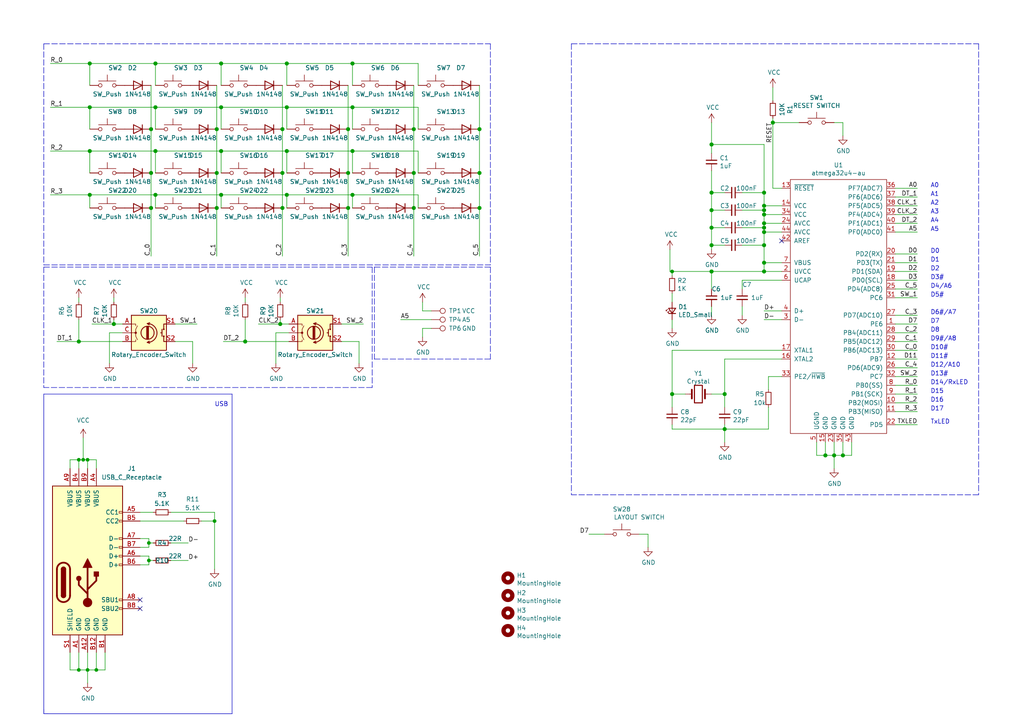
<source format=kicad_sch>
(kicad_sch (version 20220104) (generator eeschema)
  (paper "A4")
  (title_block (title "Macros Keyboard") (date "2021-05-18") (rev "2.2"))
  (junction (at 43.815 50.165) (diameter 1.016))
  (junction (at 206.375 55.88) (diameter 1.016))
  (junction (at 244.475 132.08) (diameter 1.016))
  (junction (at 206.375 66.04) (diameter 1.016))
  (junction (at 81.28 93.98) (diameter 1.016))
  (junction (at 210.185 114.3) (diameter 1.016))
  (junction (at 64.135 56.515) (diameter 1.016))
  (junction (at 45.085 31.115) (diameter 1.016))
  (junction (at 102.235 43.815) (diameter 1.016))
  (junction (at 206.375 60.96) (diameter 1.016))
  (junction (at 45.085 56.515) (diameter 1.016))
  (junction (at 102.235 31.115) (diameter 1.016))
  (junction (at 25.4 133.35) (diameter 0.9144))
  (junction (at 26.035 56.515) (diameter 1.016))
  (junction (at 206.375 71.12) (diameter 1.016))
  (junction (at 194.945 78.74))
  (junction (at 45.085 43.815) (diameter 1.016))
  (junction (at 62.865 37.465) (diameter 1.016))
  (junction (at 81.915 50.165) (diameter 1.016))
  (junction (at 120.015 60.325) (diameter 1.016))
  (junction (at 64.135 31.115) (diameter 1.016))
  (junction (at 83.185 18.415) (diameter 1.016))
  (junction (at 241.935 132.08) (diameter 1.016))
  (junction (at 26.035 43.815) (diameter 1.016))
  (junction (at 194.945 114.3) (diameter 1.016))
  (junction (at 26.035 18.415) (diameter 1.016))
  (junction (at 62.865 60.325) (diameter 1.016))
  (junction (at 27.94 194.31) (diameter 0.9144))
  (junction (at 221.615 62.23) (diameter 1.016))
  (junction (at 45.085 18.415) (diameter 1.016))
  (junction (at 221.615 71.12) (diameter 1.016))
  (junction (at 221.615 78.74) (diameter 1.016))
  (junction (at 239.395 132.08) (diameter 1.016))
  (junction (at 62.865 50.165) (diameter 1.016))
  (junction (at 71.12 99.06) (diameter 1.016))
  (junction (at 81.915 60.325) (diameter 1.016))
  (junction (at 221.615 55.88) (diameter 1.016))
  (junction (at 120.015 50.165) (diameter 1.016))
  (junction (at 64.135 18.415) (diameter 1.016))
  (junction (at 206.375 41.91) (diameter 1.016))
  (junction (at 33.02 93.98) (diameter 1.016))
  (junction (at 81.915 37.465) (diameter 1.016))
  (junction (at 221.615 67.31) (diameter 1.016))
  (junction (at 43.18 157.48) (diameter 0.9144))
  (junction (at 22.86 99.06) (diameter 1.016))
  (junction (at 221.615 66.04) (diameter 1.016))
  (junction (at 139.065 60.325) (diameter 1.016))
  (junction (at 206.375 78.74) (diameter 1.016))
  (junction (at 25.4 194.31) (diameter 0.9144))
  (junction (at 64.135 43.815) (diameter 1.016))
  (junction (at 100.965 50.165) (diameter 1.016))
  (junction (at 24.13 133.35) (diameter 0.9144))
  (junction (at 22.86 133.35) (diameter 0.9144))
  (junction (at 22.86 194.31) (diameter 0.9144))
  (junction (at 26.035 31.115) (diameter 1.016))
  (junction (at 221.615 64.77) (diameter 1.016))
  (junction (at 83.185 43.815) (diameter 1.016))
  (junction (at 43.815 37.465) (diameter 1.016))
  (junction (at 43.815 60.325) (diameter 1.016))
  (junction (at 120.015 37.465) (diameter 1.016))
  (junction (at 221.615 60.96) (diameter 1.016))
  (junction (at 100.965 60.325) (diameter 1.016))
  (junction (at 102.235 18.415) (diameter 1.016))
  (junction (at 139.065 50.165) (diameter 1.016))
  (junction (at 62.23 151.13) (diameter 0.9144))
  (junction (at 221.615 76.2) (diameter 1.016))
  (junction (at 102.235 56.515) (diameter 1.016))
  (junction (at 100.965 37.465) (diameter 1.016))
  (junction (at 224.155 35.56) (diameter 1.016))
  (junction (at 221.615 59.69) (diameter 1.016))
  (junction (at 83.185 31.115) (diameter 1.016))
  (junction (at 139.065 37.465) (diameter 1.016))
  (junction (at 83.185 56.515) (diameter 1.016))
  (junction (at 43.18 162.56) (diameter 0.9144))
  (junction (at 210.185 124.46) (diameter 1.016))
  (no_connect (at 40.64 176.53))
  (no_connect (at 40.64 173.99))
  (no_connect (at 226.695 69.85))
  (wire (pts (xy 102.235 56.515) (xy 121.285 56.515)))
  (wire (pts (xy 121.285 56.515) (xy 121.285 60.325)))
  (wire (pts (xy 26.035 31.115) (xy 26.035 37.465)))
  (wire (pts (xy 247.015 128.27) (xy 247.015 132.08)))
  (wire (pts (xy 102.235 43.815) (xy 102.235 50.165)))
  (wire (pts (xy 14.605 43.815) (xy 26.035 43.815)))
  (wire (pts (xy 22.86 135.89) (xy 22.86 133.35)))
  (wire (pts (xy 22.86 92.71) (xy 22.86 99.06)))
  (wire (pts (xy 259.715 93.98) (xy 266.065 93.98)))
  (wire (pts (xy 22.86 86.36) (xy 22.86 87.63)))
  (wire (pts (xy 221.615 60.96) (xy 215.265 60.96)))
  (wire (pts (xy 33.02 86.36) (xy 33.02 87.63)))
  (wire (pts (xy 222.885 118.11) (xy 222.885 124.46)))
  (wire (pts (xy 35.56 99.06) (xy 22.86 99.06)))
  (wire (pts (xy 206.375 88.9) (xy 206.375 91.44)))
  (wire (pts (xy 221.615 66.04) (xy 215.265 66.04)))
  (wire (pts (xy 221.615 59.69) (xy 221.615 55.88)))
  (wire (pts (xy 49.53 148.59) (xy 62.23 148.59)))
  (wire (pts (xy 259.715 64.77) (xy 266.065 64.77)))
  (wire (pts (xy 221.615 67.31) (xy 221.615 66.04)))
  (wire (pts (xy 259.715 123.19) (xy 266.065 123.19)))
  (wire (pts (xy 22.86 133.35) (xy 24.13 133.35)))
  (wire (pts (xy 49.53 162.56) (xy 54.61 162.56)))
  (wire (pts (xy 194.945 78.74) (xy 206.375 78.74)))
  (wire (pts (xy 26.035 18.415) (xy 45.085 18.415)))
  (wire (pts (xy 259.715 59.69) (xy 266.065 59.69)))
  (polyline (pts (xy 12.7 205.74) (xy 12.7 207.01)))
  (wire (pts (xy 83.82 96.52) (xy 80.01 96.52)))
  (wire (pts (xy 226.695 90.17) (xy 221.615 90.17)))
  (wire (pts (xy 231.775 35.56) (xy 224.155 35.56)))
  (wire (pts (xy 222.885 124.46) (xy 210.185 124.46)))
  (wire (pts (xy 226.695 54.61) (xy 224.155 54.61)))
  (wire (pts (xy 259.715 78.74) (xy 266.065 78.74)))
  (wire (pts (xy 259.715 83.82) (xy 266.065 83.82)))
  (wire (pts (xy 71.12 99.06) (xy 64.77 99.06)))
  (wire (pts (xy 99.06 93.98) (xy 105.41 93.98)))
  (wire (pts (xy 81.915 50.165) (xy 81.915 60.325)))
  (wire (pts (xy 45.085 18.415) (xy 45.085 24.765)))
  (wire (pts (xy 20.32 189.23) (xy 20.32 194.31)))
  (wire (pts (xy 102.235 31.115) (xy 121.285 31.115)))
  (wire (pts (xy 40.64 156.21) (xy 43.18 156.21)))
  (wire (pts (xy 62.865 50.165) (xy 62.865 60.325)))
  (wire (pts (xy 221.615 55.88) (xy 215.265 55.88)))
  (wire (pts (xy 45.085 31.115) (xy 64.135 31.115)))
  (wire (pts (xy 27.94 135.89) (xy 27.94 133.35)))
  (wire (pts (xy 43.18 162.56) (xy 44.45 162.56)))
  (polyline (pts (xy 67.31 207.01) (xy 12.7 207.01)))
  (wire (pts (xy 64.135 18.415) (xy 83.185 18.415)))
  (wire (pts (xy 221.615 78.74) (xy 206.375 78.74)))
  (wire (pts (xy 64.135 56.515) (xy 83.185 56.515)))
  (wire (pts (xy 83.185 56.515) (xy 83.185 60.325)))
  (wire (pts (xy 226.695 59.69) (xy 221.615 59.69)))
  (wire (pts (xy 35.56 93.98) (xy 33.02 93.98)))
  (wire (pts (xy 206.375 78.74) (xy 206.375 83.82)))
  (wire (pts (xy 121.285 18.415) (xy 121.285 24.765)))
  (wire (pts (xy 206.375 41.91) (xy 206.375 44.45)))
  (wire (pts (xy 24.13 127) (xy 24.13 133.35)))
  (wire (pts (xy 43.18 162.56) (xy 43.18 163.83)))
  (wire (pts (xy 170.815 154.94) (xy 175.26 154.94)))
  (wire (pts (xy 121.285 31.115) (xy 121.285 37.465)))
  (wire (pts (xy 26.035 43.815) (xy 45.085 43.815)))
  (wire (pts (xy 45.085 18.415) (xy 64.135 18.415)))
  (wire (pts (xy 25.4 194.31) (xy 27.94 194.31)))
  (wire (pts (xy 239.395 128.27) (xy 239.395 132.08)))
  (wire (pts (xy 45.085 43.815) (xy 64.135 43.815)))
  (wire (pts (xy 102.235 31.115) (xy 102.235 37.465)))
  (wire (pts (xy 31.75 96.52) (xy 31.75 105.41)))
  (wire (pts (xy 22.86 194.31) (xy 25.4 194.31)))
  (wire (pts (xy 210.185 71.12) (xy 206.375 71.12)))
  (wire (pts (xy 259.715 111.76) (xy 266.065 111.76)))
  (wire (pts (xy 259.715 116.84) (xy 266.065 116.84)))
  (wire (pts (xy 187.96 154.94) (xy 187.96 158.75)))
  (wire (pts (xy 221.615 67.31) (xy 226.695 67.31)))
  (wire (pts (xy 206.375 60.96) (xy 206.375 55.88)))
  (wire (pts (xy 104.14 99.06) (xy 104.14 105.41)))
  (wire (pts (xy 62.23 151.13) (xy 62.23 165.1)))
  (wire (pts (xy 125.095 95.25) (xy 122.555 95.25)))
  (wire (pts (xy 81.915 24.765) (xy 81.915 37.465)))
  (wire (pts (xy 244.475 132.08) (xy 241.935 132.08)))
  (wire (pts (xy 64.135 43.815) (xy 83.185 43.815)))
  (wire (pts (xy 83.82 93.98) (xy 81.28 93.98)))
  (wire (pts (xy 40.64 151.13) (xy 53.34 151.13)))
  (wire (pts (xy 22.86 189.23) (xy 22.86 194.31)))
  (wire (pts (xy 259.715 91.44) (xy 266.065 91.44)))
  (wire (pts (xy 139.065 24.765) (xy 139.065 37.465)))
  (wire (pts (xy 221.615 67.31) (xy 221.615 71.12)))
  (wire (pts (xy 45.085 43.815) (xy 45.085 50.165)))
  (wire (pts (xy 259.715 106.68) (xy 266.065 106.68)))
  (wire (pts (xy 81.28 86.36) (xy 81.28 87.63)))
  (wire (pts (xy 102.235 18.415) (xy 121.285 18.415)))
  (wire (pts (xy 26.035 31.115) (xy 45.085 31.115)))
  (wire (pts (xy 100.965 60.325) (xy 100.965 74.295)))
  (wire (pts (xy 121.285 43.815) (xy 121.285 50.165)))
  (wire (pts (xy 50.8 93.98) (xy 57.15 93.98)))
  (wire (pts (xy 64.135 18.415) (xy 64.135 24.765)))
  (wire (pts (xy 64.135 31.115) (xy 83.185 31.115)))
  (polyline (pts (xy 12.7 114.3) (xy 67.31 114.3)))
  (wire (pts (xy 120.015 37.465) (xy 120.015 50.165)))
  (wire (pts (xy 99.06 99.06) (xy 104.14 99.06)))
  (wire (pts (xy 43.18 163.83) (xy 40.64 163.83)))
  (wire (pts (xy 26.035 43.815) (xy 26.035 50.165)))
  (wire (pts (xy 221.615 76.2) (xy 221.615 71.12)))
  (wire (pts (xy 210.185 114.3) (xy 210.185 118.11)))
  (wire (pts (xy 194.31 78.74) (xy 194.945 78.74)))
  (wire (pts (xy 259.715 96.52) (xy 266.065 96.52)))
  (wire (pts (xy 241.935 128.27) (xy 241.935 132.08)))
  (wire (pts (xy 81.915 37.465) (xy 81.915 50.165)))
  (polyline (pts (xy 12.7 77.47) (xy 12.7 112.395)) (stroke (width 0) (type dash)))
  (polyline (pts (xy 12.7 77.47) (xy 107.95 77.47)) (stroke (width 0) (type dash)))
  (polyline (pts (xy 107.95 77.47) (xy 107.95 112.395)) (stroke (width 0) (type dash)))
  (polyline (pts (xy 107.95 112.395) (xy 12.7 112.395)) (stroke (width 0) (type dash)))
  (wire (pts (xy 14.605 31.115) (xy 26.035 31.115)))
  (wire (pts (xy 20.32 135.89) (xy 20.32 133.35)))
  (wire (pts (xy 45.085 31.115) (xy 45.085 37.465)))
  (wire (pts (xy 26.035 56.515) (xy 26.035 60.325)))
  (wire (pts (xy 27.94 194.31) (xy 30.48 194.31)))
  (wire (pts (xy 221.615 78.74) (xy 221.615 76.2)))
  (wire (pts (xy 194.945 78.74) (xy 194.945 80.01)))
  (wire (pts (xy 26.035 18.415) (xy 26.035 24.765)))
  (wire (pts (xy 210.185 104.14) (xy 226.695 104.14)))
  (wire (pts (xy 14.605 56.515) (xy 26.035 56.515)))
  (wire (pts (xy 26.035 56.515) (xy 45.085 56.515)))
  (wire (pts (xy 45.085 56.515) (xy 45.085 60.325)))
  (wire (pts (xy 43.815 24.765) (xy 43.815 37.465)))
  (wire (pts (xy 25.4 133.35) (xy 25.4 135.89)))
  (wire (pts (xy 221.615 71.12) (xy 215.265 71.12)))
  (wire (pts (xy 241.935 35.56) (xy 244.475 35.56)))
  (wire (pts (xy 194.945 114.3) (xy 194.945 118.11)))
  (wire (pts (xy 120.015 50.165) (xy 120.015 60.325)))
  (wire (pts (xy 120.015 60.325) (xy 120.015 74.295)))
  (wire (pts (xy 224.155 29.21) (xy 224.155 25.4)))
  (wire (pts (xy 194.945 101.6) (xy 194.945 114.3)))
  (wire (pts (xy 83.185 31.115) (xy 102.235 31.115)))
  (wire (pts (xy 55.88 99.06) (xy 55.88 105.41)))
  (wire (pts (xy 49.53 157.48) (xy 54.61 157.48)))
  (wire (pts (xy 224.155 54.61) (xy 224.155 35.56)))
  (wire (pts (xy 206.375 71.12) (xy 206.375 66.04)))
  (wire (pts (xy 259.715 101.6) (xy 266.065 101.6)))
  (wire (pts (xy 194.945 95.25) (xy 194.945 92.71)))
  (wire (pts (xy 206.375 55.88) (xy 210.185 55.88)))
  (wire (pts (xy 259.715 67.31) (xy 266.065 67.31)))
  (wire (pts (xy 239.395 132.08) (xy 236.855 132.08)))
  (wire (pts (xy 50.8 99.06) (xy 55.88 99.06)))
  (wire (pts (xy 125.095 90.17) (xy 122.555 90.17)))
  (wire (pts (xy 64.135 31.115) (xy 64.135 37.465)))
  (wire (pts (xy 43.18 158.75) (xy 43.18 157.48)))
  (wire (pts (xy 62.23 148.59) (xy 62.23 151.13)))
  (wire (pts (xy 244.475 128.27) (xy 244.475 132.08)))
  (wire (pts (xy 58.42 151.13) (xy 62.23 151.13)))
  (wire (pts (xy 224.155 35.56) (xy 224.155 34.29)))
  (wire (pts (xy 43.18 157.48) (xy 44.45 157.48)))
  (wire (pts (xy 215.265 81.28) (xy 215.265 83.82)))
  (wire (pts (xy 226.695 81.28) (xy 215.265 81.28)))
  (wire (pts (xy 83.185 43.815) (xy 83.185 50.165)))
  (wire (pts (xy 226.695 78.74) (xy 221.615 78.74)))
  (wire (pts (xy 102.235 43.815) (xy 121.285 43.815)))
  (polyline (pts (xy 165.735 12.7) (xy 165.735 143.51)) (stroke (width 0) (type dash)))
  (polyline (pts (xy 165.735 12.7) (xy 283.845 12.7)) (stroke (width 0) (type dash)))
  (polyline (pts (xy 283.845 12.7) (xy 283.845 143.51)) (stroke (width 0) (type dash)))
  (polyline (pts (xy 283.845 143.51) (xy 165.735 143.51)) (stroke (width 0) (type dash)))
  (wire (pts (xy 259.715 109.22) (xy 266.065 109.22)))
  (wire (pts (xy 64.135 43.815) (xy 64.135 50.165)))
  (wire (pts (xy 35.56 96.52) (xy 31.75 96.52)))
  (wire (pts (xy 81.915 60.325) (xy 81.915 74.295)))
  (wire (pts (xy 25.4 133.35) (xy 24.13 133.35)))
  (wire (pts (xy 43.18 161.29) (xy 40.64 161.29)))
  (wire (pts (xy 100.965 24.765) (xy 100.965 37.465)))
  (wire (pts (xy 43.18 162.56) (xy 43.18 161.29)))
  (wire (pts (xy 221.615 60.96) (xy 221.615 59.69)))
  (wire (pts (xy 122.555 95.25) (xy 122.555 97.79)))
  (wire (pts (xy 210.185 114.3) (xy 210.185 104.14)))
  (wire (pts (xy 259.715 86.36) (xy 266.065 86.36)))
  (wire (pts (xy 81.28 92.71) (xy 81.28 93.98)))
  (wire (pts (xy 62.865 37.465) (xy 62.865 50.165)))
  (wire (pts (xy 80.01 96.52) (xy 80.01 105.41)))
  (wire (pts (xy 226.695 109.22) (xy 222.885 109.22)))
  (wire (pts (xy 221.615 62.23) (xy 221.615 60.96)))
  (wire (pts (xy 194.945 124.46) (xy 194.945 123.19)))
  (wire (pts (xy 45.085 56.515) (xy 64.135 56.515)))
  (wire (pts (xy 64.135 56.515) (xy 64.135 60.325)))
  (polyline (pts (xy 67.31 114.3) (xy 67.31 207.01)))
  (polyline (pts (xy 12.7 207.01) (xy 13.97 207.01)))
  (wire (pts (xy 120.015 24.765) (xy 120.015 37.465)))
  (wire (pts (xy 226.695 76.2) (xy 221.615 76.2)))
  (wire (pts (xy 259.715 73.66) (xy 266.065 73.66)))
  (wire (pts (xy 259.715 104.14) (xy 266.065 104.14)))
  (wire (pts (xy 241.935 132.08) (xy 241.935 135.89)))
  (wire (pts (xy 210.185 124.46) (xy 210.185 128.27)))
  (wire (pts (xy 122.555 90.17) (xy 122.555 87.63)))
  (wire (pts (xy 27.94 189.23) (xy 27.94 194.31)))
  (wire (pts (xy 221.615 64.77) (xy 221.615 62.23)))
  (wire (pts (xy 226.695 101.6) (xy 194.945 101.6)))
  (wire (pts (xy 83.185 18.415) (xy 102.235 18.415)))
  (wire (pts (xy 247.015 132.08) (xy 244.475 132.08)))
  (wire (pts (xy 27.94 133.35) (xy 25.4 133.35)))
  (wire (pts (xy 259.715 81.28) (xy 266.065 81.28)))
  (wire (pts (xy 210.185 123.19) (xy 210.185 124.46)))
  (wire (pts (xy 259.715 57.15) (xy 266.065 57.15)))
  (wire (pts (xy 206.375 71.12) (xy 206.375 72.39)))
  (wire (pts (xy 222.885 113.03) (xy 222.885 109.22)))
  (wire (pts (xy 20.32 194.31) (xy 22.86 194.31)))
  (wire (pts (xy 185.42 154.94) (xy 187.96 154.94)))
  (wire (pts (xy 259.715 76.2) (xy 266.065 76.2)))
  (wire (pts (xy 43.815 50.165) (xy 43.815 60.325)))
  (wire (pts (xy 40.64 158.75) (xy 43.18 158.75)))
  (wire (pts (xy 30.48 189.23) (xy 30.48 194.31)))
  (wire (pts (xy 62.865 24.765) (xy 62.865 37.465)))
  (wire (pts (xy 100.965 50.165) (xy 100.965 60.325)))
  (wire (pts (xy 83.82 99.06) (xy 71.12 99.06)))
  (wire (pts (xy 226.695 92.71) (xy 221.615 92.71)))
  (wire (pts (xy 139.065 37.465) (xy 139.065 50.165)))
  (wire (pts (xy 33.02 93.98) (xy 26.67 93.98)))
  (wire (pts (xy 259.715 119.38) (xy 266.065 119.38)))
  (wire (pts (xy 221.615 55.88) (xy 221.615 41.91)))
  (wire (pts (xy 22.86 99.06) (xy 16.51 99.06)))
  (wire (pts (xy 43.815 60.325) (xy 43.815 74.295)))
  (wire (pts (xy 215.265 88.9) (xy 215.265 91.44)))
  (wire (pts (xy 83.185 31.115) (xy 83.185 37.465)))
  (wire (pts (xy 83.185 18.415) (xy 83.185 24.765)))
  (wire (pts (xy 259.715 114.3) (xy 266.065 114.3)))
  (polyline (pts (xy 12.7 12.7) (xy 12.7 76.835)) (stroke (width 0) (type dash)))
  (polyline (pts (xy 12.7 12.7) (xy 142.24 12.7)) (stroke (width 0) (type dash)))
  (polyline (pts (xy 12.7 76.835) (xy 142.24 76.835)) (stroke (width 0) (type dash)))
  (polyline (pts (xy 142.24 12.7) (xy 142.24 76.835)) (stroke (width 0) (type dash)))
  (polyline (pts (xy 108.585 77.47) (xy 108.585 104.14)) (stroke (width 0) (type dash)))
  (polyline (pts (xy 108.585 77.47) (xy 142.24 77.47)) (stroke (width 0) (type dash)))
  (polyline (pts (xy 142.24 77.47) (xy 142.24 104.14)) (stroke (width 0) (type dash)))
  (polyline (pts (xy 142.24 104.14) (xy 108.585 104.14)) (stroke (width 0) (type dash)))
  (wire (pts (xy 83.185 56.515) (xy 102.235 56.515)))
  (wire (pts (xy 102.235 56.515) (xy 102.235 60.325)))
  (wire (pts (xy 81.28 93.98) (xy 74.93 93.98)))
  (wire (pts (xy 226.695 62.23) (xy 221.615 62.23)))
  (wire (pts (xy 206.375 66.04) (xy 206.375 60.96)))
  (wire (pts (xy 259.715 99.06) (xy 266.065 99.06)))
  (wire (pts (xy 241.935 132.08) (xy 239.395 132.08)))
  (wire (pts (xy 259.715 62.23) (xy 266.065 62.23)))
  (wire (pts (xy 194.31 78.74) (xy 194.31 72.39)))
  (wire (pts (xy 43.18 156.21) (xy 43.18 157.48)))
  (wire (pts (xy 198.755 114.3) (xy 194.945 114.3)))
  (wire (pts (xy 221.615 64.77) (xy 226.695 64.77)))
  (wire (pts (xy 102.235 18.415) (xy 102.235 24.765)))
  (wire (pts (xy 206.375 49.53) (xy 206.375 55.88)))
  (wire (pts (xy 244.475 35.56) (xy 244.475 39.37)))
  (wire (pts (xy 43.815 37.465) (xy 43.815 50.165)))
  (wire (pts (xy 259.715 54.61) (xy 266.065 54.61)))
  (wire (pts (xy 206.375 41.91) (xy 206.375 35.56)))
  (wire (pts (xy 100.965 37.465) (xy 100.965 50.165)))
  (wire (pts (xy 40.64 148.59) (xy 44.45 148.59)))
  (wire (pts (xy 33.02 92.71) (xy 33.02 93.98)))
  (wire (pts (xy 71.12 86.36) (xy 71.12 87.63)))
  (wire (pts (xy 25.4 189.23) (xy 25.4 194.31)))
  (wire (pts (xy 83.185 43.815) (xy 102.235 43.815)))
  (polyline (pts (xy 12.7 114.3) (xy 12.7 207.01)))
  (wire (pts (xy 194.945 85.09) (xy 194.945 87.63)))
  (wire (pts (xy 20.32 133.35) (xy 22.86 133.35)))
  (wire (pts (xy 206.375 41.91) (xy 221.615 41.91)))
  (wire (pts (xy 194.945 124.46) (xy 210.185 124.46)))
  (wire (pts (xy 25.4 194.31) (xy 25.4 198.12)))
  (wire (pts (xy 71.12 92.71) (xy 71.12 99.06)))
  (wire (pts (xy 14.605 18.415) (xy 26.035 18.415)))
  (wire (pts (xy 62.865 60.325) (xy 62.865 74.295)))
  (wire (pts (xy 210.185 60.96) (xy 206.375 60.96)))
  (wire (pts (xy 210.185 66.04) (xy 206.375 66.04)))
  (wire (pts (xy 125.095 92.71) (xy 116.205 92.71)))
  (wire (pts (xy 236.855 132.08) (xy 236.855 128.27)))
  (wire (pts (xy 206.375 114.3) (xy 210.185 114.3)))
  (wire (pts (xy 221.615 64.77) (xy 221.615 66.04)))
  (wire (pts (xy 139.065 50.165) (xy 139.065 60.325)))
  (wire (pts (xy 139.065 60.325) (xy 139.065 74.295)))
  (text "D10#" (at 269.875 101.6 0) (effects (font (size 1.27 1.27)) (justify left bottom)))
  (text "D15" (at 269.875 114.3 0) (effects (font (size 1.27 1.27)) (justify left bottom)))
  (text "D16" (at 269.875 116.84 0) (effects (font (size 1.27 1.27)) (justify left bottom)))
  (text "A3" (at 269.875 62.23 0) (effects (font (size 1.27 1.27)) (justify left bottom)))
  (text "D4/A6" (at 269.875 83.82 0) (effects (font (size 1.27 1.27)) (justify left bottom)))
  (text "A4" (at 269.875 64.77 0) (effects (font (size 1.27 1.27)) (justify left bottom)))
  (text "D9#/A8" (at 269.875 99.06 0) (effects (font (size 1.27 1.27)) (justify left bottom)))
  (text "USB" (at 62.23 118.11 0) (effects (font (size 1.27 1.27)) (justify left bottom)))
  (text "D11#" (at 269.875 104.14 0) (effects (font (size 1.27 1.27)) (justify left bottom)))
  (text "A5" (at 269.875 67.31 0) (effects (font (size 1.27 1.27)) (justify left bottom)))
  (text "D8" (at 269.875 96.52 0) (effects (font (size 1.27 1.27)) (justify left bottom)))
  (text "D14/RxLED" (at 269.875 111.76 0) (effects (font (size 1.27 1.27)) (justify left bottom)))
  (text "D13#" (at 269.875 109.22 0) (effects (font (size 1.27 1.27)) (justify left bottom)))
  (text "D7" (at 269.875 93.98 0) (effects (font (size 1.27 1.27)) (justify left bottom)))
  (text "D12/A10" (at 269.875 106.68 0) (effects (font (size 1.27 1.27)) (justify left bottom)))
  (text "D17" (at 269.875 119.38 0) (effects (font (size 1.27 1.27)) (justify left bottom)))
  (text "D6#/A7" (at 269.875 91.44 0) (effects (font (size 1.27 1.27)) (justify left bottom)))
  (text "D5#" (at 269.875 86.36 0) (effects (font (size 1.27 1.27)) (justify left bottom)))
  (text "A0" (at 269.875 54.61 0) (effects (font (size 1.27 1.27)) (justify left bottom)))
  (text "TxLED" (at 269.875 123.19 0) (effects (font (size 1.27 1.27)) (justify left bottom)))
  (text "A2" (at 269.875 59.69 0) (effects (font (size 1.27 1.27)) (justify left bottom)))
  (text "A1" (at 269.875 57.15 0) (effects (font (size 1.27 1.27)) (justify left bottom)))
  (text "D1" (at 269.875 76.2 0) (effects (font (size 1.27 1.27)) (justify left bottom)))
  (text "D2" (at 269.875 78.74 0) (effects (font (size 1.27 1.27)) (justify left bottom)))
  (text "D3#" (at 269.875 81.28 0) (effects (font (size 1.27 1.27)) (justify left bottom)))
  (text "D0" (at 269.875 73.66 0) (effects (font (size 1.27 1.27)) (justify left bottom)))
  (label "RESET" (at 224.155 35.56 90))
  (label "R_2" (at 14.605 43.815 0))
  (label "DT_1" (at 266.065 57.15 0))
  (label "SW_1" (at 57.15 93.98 0))
  (label "D+" (at 54.61 162.56 0))
  (label "SW_1" (at 266.065 86.36 0))
  (label "DT_1" (at 16.51 99.06 0))
  (label "D1" (at 266.065 76.2 0))
  (label "SW_2" (at 266.065 109.22 0))
  (label "R_1" (at 266.065 114.3 0))
  (label "A0" (at 266.065 54.61 0))
  (label "C_2" (at 81.915 74.295 90))
  (label "D3" (at 266.065 81.28 0))
  (label "C_3" (at 100.965 74.295 90))
  (label "D7" (at 170.815 154.94 0))
  (label "R_3" (at 266.065 119.38 0))
  (label "C_5" (at 139.065 74.295 90))
  (label "D0" (at 266.065 73.66 0))
  (label "CLK_1" (at 26.67 93.98 0))
  (label "C_0" (at 266.065 101.6 0))
  (label "D-" (at 54.61 157.48 0))
  (label "R_1" (at 14.605 31.115 0))
  (label "DT_2" (at 266.065 64.77 0))
  (label "D-" (at 221.615 92.71 0))
  (label "C_4" (at 120.015 74.295 90))
  (label "CLK_2" (at 74.93 93.98 0))
  (label "D+" (at 221.615 90.17 0))
  (label "D2" (at 266.065 78.74 0))
  (label "C_1" (at 266.065 99.06 0))
  (label "TXLED" (at 266.065 123.19 0))
  (label "R_0" (at 266.065 111.76 0))
  (label "A5" (at 266.065 67.31 0))
  (label "A5" (at 116.205 92.71 0))
  (label "R_0" (at 14.605 18.415 0))
  (label "C_3" (at 266.065 91.44 0))
  (label "CLK_2" (at 266.065 62.23 0))
  (label "SW_2" (at 105.41 93.98 0))
  (label "C_4" (at 266.065 106.68 0))
  (label "D11" (at 266.065 104.14 0))
  (label "CLK_1" (at 266.065 59.69 0))
  (label "R_3" (at 14.605 56.515 0))
  (label "DT_2" (at 64.77 99.06 0))
  (label "R_2" (at 266.065 116.84 0))
  (label "C_0" (at 43.815 74.295 90))
  (label "C_1" (at 62.865 74.295 90))
  (label "C_5" (at 266.065 83.82 0))
  (label "D7" (at 266.065 93.98 0))
  (label "C_2" (at 266.065 96.52 0))
  (symbol (lib_id "Switch:SW_Push") (at 31.115 24.765 0) (unit 1)
    (property "Reference" "SW2" (at 31.369 19.685 0) (effects (justify left)))
    (property "Value" "SW_Push" (at 31.115 27.305 0))
    (property "Footprint" "Button_Switch_Keyboard:SW_Cherry_MX_1.00u_PCB" (effects hide))
    (property "AliExpress" "https://fr.aliexpress.com/item/4001111706889.html" (effects hide))
  )
  (symbol (lib_id "Device:D") (at 40.005 24.765 0) (mirror y) (unit 1)
    (property "Reference" "D2" (at 39.751 19.685 0) (effects (justify left)))
    (property "Value" "1N4148" (at 40.005 27.305 0))
    (property "Footprint" "Diode_SMD:D_SOD-123" (effects hide))
    (property "LCSC" "C81598" (effects hide))
  )
  (symbol (lib_id "Switch:SW_Push") (at 50.165 24.765 0) (unit 1)
    (property "Reference" "SW3" (at 50.419 19.685 0) (effects (justify left)))
    (property "Value" "SW_Push" (at 50.165 27.305 0))
    (property "Footprint" "Button_Switch_Keyboard:SW_Cherry_MX_1.00u_PCB" (effects hide))
    (property "AliExpress" "https://fr.aliexpress.com/item/4001111706889.html" (effects hide))
  )
  (symbol (lib_id "Device:D") (at 59.055 24.765 0) (mirror y) (unit 1)
    (property "Reference" "D3" (at 58.801 19.685 0) (effects (justify left)))
    (property "Value" "1N4148" (at 59.055 27.305 0))
    (property "Footprint" "Diode_SMD:D_SOD-123" (effects hide))
    (property "LCSC" "C81598" (effects hide))
  )
  (symbol (lib_id "Switch:SW_Push") (at 69.215 24.765 0) (unit 1)
    (property "Reference" "SW4" (at 69.469 19.685 0) (effects (justify left)))
    (property "Value" "SW_Push" (at 69.215 27.305 0))
    (property "Footprint" "Button_Switch_Keyboard:SW_Cherry_MX_1.00u_PCB" (effects hide))
    (property "AliExpress" "https://fr.aliexpress.com/item/4001111706889.html" (effects hide))
  )
  (symbol (lib_id "Device:D") (at 78.105 24.765 0) (mirror y) (unit 1)
    (property "Reference" "D4" (at 77.851 19.685 0) (effects (justify left)))
    (property "Value" "1N4148" (at 78.105 27.305 0))
    (property "Footprint" "Diode_SMD:D_SOD-123" (effects hide))
    (property "LCSC" "C81598" (effects hide))
  )
  (symbol (lib_id "Switch:SW_Push") (at 88.265 24.765 0) (unit 1)
    (property "Reference" "SW5" (at 88.519 19.685 0) (effects (justify left)))
    (property "Value" "SW_Push" (at 88.265 27.305 0))
    (property "Footprint" "Button_Switch_Keyboard:SW_Cherry_MX_1.00u_PCB" (effects hide))
    (property "AliExpress" "https://fr.aliexpress.com/item/4001111706889.html" (effects hide))
  )
  (symbol (lib_id "Device:D") (at 97.155 24.765 0) (mirror y) (unit 1)
    (property "Reference" "D5" (at 96.901 19.685 0) (effects (justify left)))
    (property "Value" "1N4148" (at 97.155 27.305 0))
    (property "Footprint" "Diode_SMD:D_SOD-123" (effects hide))
    (property "LCSC" "C81598" (effects hide))
  )
  (symbol (lib_id "Switch:SW_Push") (at 107.315 24.765 0) (unit 1)
    (property "Reference" "SW6" (at 107.569 19.685 0) (effects (justify left)))
    (property "Value" "SW_Push" (at 107.315 27.305 0))
    (property "Footprint" "Button_Switch_Keyboard:SW_Cherry_MX_1.00u_PCB" (effects hide))
    (property "AliExpress" "https://fr.aliexpress.com/item/4001111706889.html" (effects hide))
  )
  (symbol (lib_id "Device:D") (at 116.205 24.765 0) (mirror y) (unit 1)
    (property "Reference" "D6" (at 115.951 19.685 0) (effects (justify left)))
    (property "Value" "1N4148" (at 116.205 27.305 0))
    (property "Footprint" "Diode_SMD:D_SOD-123" (effects hide))
    (property "LCSC" "C81598" (effects hide))
  )
  (symbol (lib_id "Switch:SW_Push") (at 126.365 24.765 0) (unit 1)
    (property "Reference" "SW7" (at 126.619 19.685 0) (effects (justify left)))
    (property "Value" "SW_Push" (at 126.365 27.305 0))
    (property "Footprint" "Button_Switch_Keyboard:SW_Cherry_MX_1.00u_PCB" (effects hide))
    (property "AliExpress" "https://fr.aliexpress.com/item/4001111706889.html" (effects hide))
  )
  (symbol (lib_id "Device:D") (at 135.255 24.765 0) (mirror y) (unit 1)
    (property "Reference" "D7" (at 135.001 19.685 0) (effects (justify left)))
    (property "Value" "1N4148" (at 135.255 27.305 0))
    (property "Footprint" "Diode_SMD:D_SOD-123" (effects hide))
    (property "LCSC" "C81598" (effects hide))
  )
  (symbol (lib_id "Switch:SW_Push") (at 31.115 37.465 0) (unit 1)
    (property "Reference" "SW8" (at 31.369 32.385 0) (effects (justify left)))
    (property "Value" "SW_Push" (at 31.115 40.005 0))
    (property "Footprint" "Button_Switch_Keyboard:SW_Cherry_MX_1.00u_PCB" (effects hide))
    (property "AliExpress" "https://fr.aliexpress.com/item/4001111706889.html" (effects hide))
  )
  (symbol (lib_id "Device:D") (at 40.005 37.465 0) (mirror y) (unit 1)
    (property "Reference" "D8" (at 39.751 32.385 0) (effects (justify left)))
    (property "Value" "1N4148" (at 40.005 40.005 0))
    (property "Footprint" "Diode_SMD:D_SOD-123" (effects hide))
    (property "LCSC" "C81598" (effects hide))
  )
  (symbol (lib_id "Switch:SW_Push") (at 50.165 37.465 0) (unit 1)
    (property "Reference" "SW9" (at 50.419 32.385 0) (effects (justify left)))
    (property "Value" "SW_Push" (at 50.165 40.005 0))
    (property "Footprint" "Button_Switch_Keyboard:SW_Cherry_MX_1.00u_PCB" (effects hide))
    (property "AliExpress" "https://fr.aliexpress.com/item/4001111706889.html" (effects hide))
  )
  (symbol (lib_id "Device:D") (at 59.055 37.465 0) (mirror y) (unit 1)
    (property "Reference" "D9" (at 58.801 32.385 0) (effects (justify left)))
    (property "Value" "1N4148" (at 59.055 40.005 0))
    (property "Footprint" "Diode_SMD:D_SOD-123" (effects hide))
    (property "LCSC" "C81598" (effects hide))
  )
  (symbol (lib_id "Switch:SW_Push") (at 69.215 37.465 0) (unit 1)
    (property "Reference" "SW10" (at 69.469 32.385 0) (effects (justify left)))
    (property "Value" "SW_Push" (at 69.215 40.005 0))
    (property "Footprint" "Button_Switch_Keyboard:SW_Cherry_MX_1.00u_PCB" (effects hide))
    (property "AliExpress" "https://fr.aliexpress.com/item/4001111706889.html" (effects hide))
  )
  (symbol (lib_id "Device:D") (at 78.105 37.465 0) (mirror y) (unit 1)
    (property "Reference" "D10" (at 77.851 32.385 0) (effects (justify left)))
    (property "Value" "1N4148" (at 78.105 40.005 0))
    (property "Footprint" "Diode_SMD:D_SOD-123" (effects hide))
    (property "LCSC" "C81598" (effects hide))
  )
  (symbol (lib_id "Switch:SW_Push") (at 88.265 37.465 0) (unit 1)
    (property "Reference" "SW11" (at 88.519 32.385 0) (effects (justify left)))
    (property "Value" "SW_Push" (at 88.265 40.005 0))
    (property "Footprint" "Button_Switch_Keyboard:SW_Cherry_MX_1.00u_PCB" (effects hide))
    (property "AliExpress" "https://fr.aliexpress.com/item/4001111706889.html" (effects hide))
  )
  (symbol (lib_id "Device:D") (at 97.155 37.465 0) (mirror y) (unit 1)
    (property "Reference" "D11" (at 96.901 32.385 0) (effects (justify left)))
    (property "Value" "1N4148" (at 97.155 40.005 0))
    (property "Footprint" "Diode_SMD:D_SOD-123" (effects hide))
    (property "LCSC" "C81598" (effects hide))
  )
  (symbol (lib_id "Switch:SW_Push") (at 107.315 37.465 0) (unit 1)
    (property "Reference" "SW12" (at 107.569 32.385 0) (effects (justify left)))
    (property "Value" "SW_Push" (at 107.315 40.005 0))
    (property "Footprint" "Button_Switch_Keyboard:SW_Cherry_MX_1.00u_PCB" (effects hide))
    (property "AliExpress" "https://fr.aliexpress.com/item/4001111706889.html" (effects hide))
  )
  (symbol (lib_id "Device:D") (at 116.205 37.465 0) (mirror y) (unit 1)
    (property "Reference" "D12" (at 115.951 32.385 0) (effects (justify left)))
    (property "Value" "1N4148" (at 116.205 40.005 0))
    (property "Footprint" "Diode_SMD:D_SOD-123" (effects hide))
    (property "LCSC" "C81598" (effects hide))
  )
  (symbol (lib_id "Switch:SW_Push") (at 126.365 37.465 0) (unit 1)
    (property "Reference" "SW13" (at 126.619 32.385 0) (effects (justify left)))
    (property "Value" "SW_Push" (at 126.365 40.005 0))
    (property "Footprint" "Button_Switch_Keyboard:SW_Cherry_MX_1.00u_PCB" (effects hide))
    (property "AliExpress" "https://fr.aliexpress.com/item/4001111706889.html" (effects hide))
  )
  (symbol (lib_id "Device:D") (at 135.255 37.465 0) (mirror y) (unit 1)
    (property "Reference" "D13" (at 135.001 32.385 0) (effects (justify left)))
    (property "Value" "1N4148" (at 135.255 40.005 0))
    (property "Footprint" "Diode_SMD:D_SOD-123" (effects hide))
    (property "LCSC" "C81598" (effects hide))
  )
  (symbol (lib_id "Switch:SW_Push") (at 31.115 50.165 0) (unit 1)
    (property "Reference" "SW14" (at 31.369 45.085 0) (effects (justify left)))
    (property "Value" "SW_Push" (at 31.115 52.705 0))
    (property "Footprint" "Button_Switch_Keyboard:SW_Cherry_MX_1.00u_PCB" (effects hide))
    (property "AliExpress" "https://fr.aliexpress.com/item/4001111706889.html" (effects hide))
  )
  (symbol (lib_id "Device:D") (at 40.005 50.165 0) (mirror y) (unit 1)
    (property "Reference" "D14" (at 39.751 45.085 0) (effects (justify left)))
    (property "Value" "1N4148" (at 40.005 52.705 0))
    (property "Footprint" "Diode_SMD:D_SOD-123" (effects hide))
    (property "LCSC" "C81598" (effects hide))
  )
  (symbol (lib_id "Switch:SW_Push") (at 50.165 50.165 0) (unit 1)
    (property "Reference" "SW15" (at 50.419 45.085 0) (effects (justify left)))
    (property "Value" "SW_Push" (at 50.165 52.705 0))
    (property "Footprint" "Button_Switch_Keyboard:SW_Cherry_MX_1.00u_PCB" (effects hide))
    (property "AliExpress" "https://fr.aliexpress.com/item/4001111706889.html" (effects hide))
  )
  (symbol (lib_id "Device:D") (at 59.055 50.165 0) (mirror y) (unit 1)
    (property "Reference" "D15" (at 58.801 45.085 0) (effects (justify left)))
    (property "Value" "1N4148" (at 59.055 52.705 0))
    (property "Footprint" "Diode_SMD:D_SOD-123" (effects hide))
    (property "LCSC" "C81598" (effects hide))
  )
  (symbol (lib_id "Switch:SW_Push") (at 69.215 50.165 0) (unit 1)
    (property "Reference" "SW16" (at 69.469 45.085 0) (effects (justify left)))
    (property "Value" "SW_Push" (at 69.215 52.705 0))
    (property "Footprint" "Button_Switch_Keyboard:SW_Cherry_MX_1.00u_PCB" (effects hide))
    (property "AliExpress" "https://fr.aliexpress.com/item/4001111706889.html" (effects hide))
  )
  (symbol (lib_id "Device:D") (at 78.105 50.165 0) (mirror y) (unit 1)
    (property "Reference" "D16" (at 77.851 45.085 0) (effects (justify left)))
    (property "Value" "1N4148" (at 78.105 52.705 0))
    (property "Footprint" "Diode_SMD:D_SOD-123" (effects hide))
    (property "LCSC" "C81598" (effects hide))
  )
  (symbol (lib_id "Switch:SW_Push") (at 88.265 50.165 0) (unit 1)
    (property "Reference" "SW17" (at 88.519 45.085 0) (effects (justify left)))
    (property "Value" "SW_Push" (at 88.265 52.705 0))
    (property "Footprint" "Button_Switch_Keyboard:SW_Cherry_MX_1.00u_PCB" (effects hide))
    (property "AliExpress" "https://fr.aliexpress.com/item/4001111706889.html" (effects hide))
  )
  (symbol (lib_id "Device:D") (at 97.155 50.165 0) (mirror y) (unit 1)
    (property "Reference" "D17" (at 96.901 45.085 0) (effects (justify left)))
    (property "Value" "1N4148" (at 97.155 52.705 0))
    (property "Footprint" "Diode_SMD:D_SOD-123" (effects hide))
    (property "LCSC" "C81598" (effects hide))
  )
  (symbol (lib_id "Switch:SW_Push") (at 107.315 50.165 0) (unit 1)
    (property "Reference" "SW18" (at 107.569 45.085 0) (effects (justify left)))
    (property "Value" "SW_Push" (at 107.315 52.705 0))
    (property "Footprint" "Button_Switch_Keyboard:SW_Cherry_MX_1.00u_PCB" (effects hide))
    (property "AliExpress" "https://fr.aliexpress.com/item/4001111706889.html" (effects hide))
  )
  (symbol (lib_id "Device:D") (at 116.205 50.165 0) (mirror y) (unit 1)
    (property "Reference" "D18" (at 115.951 45.085 0) (effects (justify left)))
    (property "Value" "1N4148" (at 116.205 52.705 0))
    (property "Footprint" "Diode_SMD:D_SOD-123" (effects hide))
    (property "LCSC" "C81598" (effects hide))
  )
  (symbol (lib_id "Switch:SW_Push") (at 126.365 50.165 0) (unit 1)
    (property "Reference" "SW19" (at 126.619 45.085 0) (effects (justify left)))
    (property "Value" "SW_Push" (at 126.365 52.705 0))
    (property "Footprint" "Button_Switch_Keyboard:SW_Cherry_MX_1.00u_PCB" (effects hide))
    (property "AliExpress" "https://fr.aliexpress.com/item/4001111706889.html" (effects hide))
  )
  (symbol (lib_id "Device:D") (at 135.255 50.165 0) (mirror y) (unit 1)
    (property "Reference" "D19" (at 135.001 45.085 0) (effects (justify left)))
    (property "Value" "1N4148" (at 135.255 52.705 0))
    (property "Footprint" "Diode_SMD:D_SOD-123" (effects hide))
    (property "LCSC" "C81598" (effects hide))
  )
  (symbol (lib_id "atmega32u4-au:atmega32u4-au") (at 241.935 90.17 0) (unit 1)
    (property "Reference" "U1" (at 243.205 47.879 0))
    (property "Value" "atmega32u4-au" (at 243.205 50.1904 0))
    (property "Footprint" "Package_QFP:TQFP-44_10x10mm_P0.8mm" (effects hide))
    (property "LCSC" "C44854" (effects hide))
  )
  (symbol (lib_id "Switch:SW_Push") (at 236.855 35.56 0) (unit 1)
    (property "Reference" "SW1" (at 236.855 28.321 0))
    (property "Value" "RESET SWITCH" (at 236.855 30.6324 0))
    (property "Footprint" "Button_Switch_SMD:SW_SPST_SKQG_WithStem" (effects hide))
    (property "LCSC" "C92584" (effects hide))
  )
  (symbol (lib_id "power:GND") (at 244.475 39.37 0) (unit 1)
    (property "Reference" "#PWR0101" (effects hide))
    (property "Value" "GND" (at 244.602 43.7642 0))
  )
  (symbol (lib_id "Device:C_Small") (at 212.725 55.88 270) (unit 1)
    (property "Reference" "C2" (at 210.185 54.61 90))
    (property "Value" "100nF" (at 216.535 54.61 90))
    (property "Footprint" "Capacitor_SMD:C_0603_1608Metric_Pad1.08x0.95mm_HandSolder" (effects hide))
    (property "LCSC" "C83054" (effects hide))
  )
  (symbol (lib_id "Device:C_Small") (at 212.725 60.96 270) (unit 1)
    (property "Reference" "C3" (at 210.185 59.69 90))
    (property "Value" "100nF" (at 216.535 59.69 90))
    (property "Footprint" "Capacitor_SMD:C_0603_1608Metric_Pad1.08x0.95mm_HandSolder" (effects hide))
    (property "LCSC" "C83054" (effects hide))
  )
  (symbol (lib_id "Device:C_Small") (at 212.725 66.04 270) (unit 1)
    (property "Reference" "C4" (at 210.185 64.77 90))
    (property "Value" "100nF" (at 216.535 64.77 90))
    (property "Footprint" "Capacitor_SMD:C_0603_1608Metric_Pad1.08x0.95mm_HandSolder" (effects hide))
    (property "LCSC" "C83054" (effects hide))
  )
  (symbol (lib_id "Device:C_Small") (at 212.725 71.12 270) (unit 1)
    (property "Reference" "C5" (at 210.185 69.85 90))
    (property "Value" "100nF" (at 216.535 69.85 90))
    (property "Footprint" "Capacitor_SMD:C_0603_1608Metric_Pad1.08x0.95mm_HandSolder" (effects hide))
    (property "LCSC" "C83054" (effects hide))
  )
  (symbol (lib_id "power:GND") (at 206.375 72.39 0) (unit 1)
    (property "Reference" "#PWR0102" (effects hide))
    (property "Value" "GND" (at 206.502 76.7842 0))
  )
  (symbol (lib_id "Device:R_Small") (at 194.945 82.55 0) (unit 1)
    (property "Reference" "R2" (at 196.4436 81.3816 0) (effects (justify left)))
    (property "Value" "1K" (at 196.4436 83.693 0) (effects (justify left)))
    (property "Footprint" "Resistor_SMD:R_0603_1608Metric_Pad0.98x0.95mm_HandSolder" (effects hide))
    (property "LCSC" "C4177" (effects hide))
  )
  (symbol (lib_id "Device:R_Small") (at 224.155 31.75 180) (unit 1)
    (property "Reference" "R1" (at 229.1334 31.75 90))
    (property "Value" "10K" (at 226.822 31.75 90))
    (property "Footprint" "Resistor_SMD:R_0603_1608Metric_Pad0.98x0.95mm_HandSolder" (effects hide))
    (property "LCSC" "C25804" (effects hide))
  )
  (symbol (lib_id "Device:LED_Small") (at 194.945 90.17 90) (unit 1)
    (property "Reference" "D1" (at 196.723 89.0016 90) (effects (justify right)))
    (property "Value" "LED_Small" (at 196.723 91.313 90) (effects (justify right)))
    (property "Footprint" "LED_SMD:LED_0603_1608Metric_Pad1.05x0.95mm_HandSolder" (effects hide))
    (property "LCSC" "C72044" (effects hide))
  )
  (symbol (lib_id "Device:C_Small") (at 206.375 46.99 0) (unit 1)
    (property "Reference" "C1" (at 208.7118 45.8216 0) (effects (justify left)))
    (property "Value" "1uF" (at 208.7118 48.133 0) (effects (justify left)))
    (property "Footprint" "Capacitor_SMD:C_0603_1608Metric_Pad1.08x0.95mm_HandSolder" (effects hide))
    (property "LCSC" "C15849" (effects hide))
  )
  (symbol (lib_id "Device:C_Small") (at 215.265 86.36 0) (unit 1)
    (property "Reference" "C7" (at 215.265 82.55 0) (effects (justify left)))
    (property "Value" "1uF" (at 217.805 86.36 0) (effects (justify left)))
    (property "Footprint" "Capacitor_SMD:C_0603_1608Metric_Pad1.08x0.95mm_HandSolder" (effects hide))
    (property "LCSC" "C15849" (effects hide))
  )
  (symbol (lib_id "Device:C_Small") (at 206.375 86.36 0) (unit 1)
    (property "Reference" "C6" (at 206.375 83.82 0) (effects (justify left)))
    (property "Value" "1uF" (at 208.915 86.36 0) (effects (justify left)))
    (property "Footprint" "Capacitor_SMD:C_0603_1608Metric_Pad1.08x0.95mm_HandSolder" (effects hide))
    (property "LCSC" "C15849" (effects hide))
  )
  (symbol (lib_id "power:GND") (at 206.375 91.44 0) (unit 1)
    (property "Reference" "#PWR0103" (effects hide))
    (property "Value" "GND" (at 206.502 95.8342 0))
  )
  (symbol (lib_id "power:GND") (at 215.265 91.44 0) (unit 1)
    (property "Reference" "#PWR0104" (effects hide))
    (property "Value" "GND" (at 215.392 95.8342 0))
  )
  (symbol (lib_id "Device:C_Small") (at 194.945 120.65 0) (unit 1)
    (property "Reference" "C8" (at 197.2818 119.4816 0) (effects (justify left)))
    (property "Value" "22pF" (at 197.2818 121.793 0) (effects (justify left)))
    (property "Footprint" "Capacitor_SMD:C_0603_1608Metric_Pad1.08x0.95mm_HandSolder" (effects hide))
    (property "LCSC" "C1653" (effects hide))
  )
  (symbol (lib_id "Device:C_Small") (at 210.185 120.65 0) (unit 1)
    (property "Reference" "C9" (at 212.5218 119.4816 0) (effects (justify left)))
    (property "Value" "22pF" (at 212.5218 121.793 0) (effects (justify left)))
    (property "Footprint" "Capacitor_SMD:C_0603_1608Metric_Pad1.08x0.95mm_HandSolder" (effects hide))
    (property "LCSC" "C1653" (effects hide))
  )
  (symbol (lib_id "power:GND") (at 210.185 128.27 0) (unit 1)
    (property "Reference" "#PWR0106" (effects hide))
    (property "Value" "GND" (at 210.312 132.6642 0))
  )
  (symbol (lib_id "power:VCC") (at 206.375 35.56 0) (unit 1)
    (property "Reference" "#PWR0107" (effects hide))
    (property "Value" "VCC" (at 206.756 31.1658 0))
  )
  (symbol (lib_id "Device:R_Small") (at 222.885 115.57 180) (unit 1)
    (property "Reference" "R5" (at 220.345 114.3 0))
    (property "Value" "10k" (at 220.345 116.84 0))
    (property "Footprint" "Resistor_SMD:R_0603_1608Metric_Pad0.98x0.95mm_HandSolder" (effects hide))
    (property "LCSC" "C25804" (effects hide))
  )
  (symbol (lib_id "Device:Rotary_Encoder_Switch") (at 91.44 96.52 0) (unit 1)
    (property "Reference" "SW21" (at 91.44 90.17 0))
    (property "Value" "Rotary_Encoder_Switch" (at 91.44 102.87 0))
    (property "Footprint" "Rotary_Encoder:RotaryEncoder_Alps_EC11E-Switch_Vertical_H20mm" (effects hide))
    (property "AliExpress" "https://fr.aliexpress.com/item/32872023811.html" (effects hide))
  )
  (symbol (lib_id "power:GND") (at 104.14 105.41 0) (unit 1)
    (property "Reference" "#PWR0108" (effects hide))
    (property "Value" "GND" (at 104.267 109.8042 0))
  )
  (symbol (lib_id "power:GND") (at 80.01 105.41 0) (unit 1)
    (property "Reference" "#PWR0109" (effects hide))
    (property "Value" "GND" (at 80.137 109.8042 0))
  )
  (symbol (lib_id "Device:R_Small") (at 81.28 90.17 0) (unit 1)
    (property "Reference" "R9" (at 76.3016 90.17 90))
    (property "Value" "10K" (at 78.613 90.17 90))
    (property "Footprint" "Resistor_SMD:R_0603_1608Metric_Pad0.98x0.95mm_HandSolder" (effects hide))
    (property "LCSC" "C25804" (effects hide))
  )
  (symbol (lib_id "Device:R_Small") (at 71.12 90.17 0) (unit 1)
    (property "Reference" "R8" (at 66.1416 90.17 90))
    (property "Value" "10K" (at 68.453 90.17 90))
    (property "Footprint" "Resistor_SMD:R_0603_1608Metric_Pad0.98x0.95mm_HandSolder" (effects hide))
    (property "LCSC" "C25804" (effects hide))
  )
  (symbol (lib_id "power:VCC") (at 71.12 86.36 0) (unit 1)
    (property "Reference" "#PWR0110" (effects hide))
    (property "Value" "VCC" (at 71.501 81.9658 0))
  )
  (symbol (lib_id "power:VCC") (at 81.28 86.36 0) (unit 1)
    (property "Reference" "#PWR0111" (effects hide))
    (property "Value" "VCC" (at 81.661 81.9658 0))
  )
  (symbol (lib_id "power:GND") (at 241.935 135.89 0) (unit 1)
    (property "Reference" "#PWR0120" (effects hide))
    (property "Value" "GND" (at 242.062 140.2842 0))
  )
  (symbol (lib_id "Device:Rotary_Encoder_Switch") (at 43.18 96.52 0) (unit 1)
    (property "Reference" "SW20" (at 43.18 90.17 0))
    (property "Value" "Rotary_Encoder_Switch" (at 43.18 102.87 0))
    (property "Footprint" "Rotary_Encoder:RotaryEncoder_Alps_EC11E-Switch_Vertical_H20mm" (effects hide))
    (property "AliExpress" "https://fr.aliexpress.com/item/32872023811.html" (effects hide))
  )
  (symbol (lib_id "power:GND") (at 55.88 105.41 0) (unit 1)
    (property "Reference" "#PWR0112" (effects hide))
    (property "Value" "GND" (at 56.007 109.8042 0))
  )
  (symbol (lib_id "power:GND") (at 31.75 105.41 0) (unit 1)
    (property "Reference" "#PWR0113" (effects hide))
    (property "Value" "GND" (at 31.877 109.8042 0))
  )
  (symbol (lib_id "Device:R_Small") (at 22.86 90.17 0) (unit 1)
    (property "Reference" "R6" (at 17.8816 90.17 90))
    (property "Value" "10K" (at 20.193 90.17 90))
    (property "Footprint" "Resistor_SMD:R_0603_1608Metric_Pad0.98x0.95mm_HandSolder" (effects hide))
    (property "LCSC" "C25804" (effects hide))
  )
  (symbol (lib_id "power:VCC") (at 22.86 86.36 0) (unit 1)
    (property "Reference" "#PWR0114" (effects hide))
    (property "Value" "VCC" (at 23.241 81.9658 0))
  )
  (symbol (lib_id "power:VCC") (at 33.02 86.36 0) (unit 1)
    (property "Reference" "#PWR0115" (effects hide))
    (property "Value" "VCC" (at 33.401 81.9658 0))
  )
  (symbol (lib_id "Device:R_Small") (at 33.02 90.17 0) (unit 1)
    (property "Reference" "R7" (at 28.0416 90.17 90))
    (property "Value" "10K" (at 30.353 90.17 90))
    (property "Footprint" "Resistor_SMD:R_0603_1608Metric_Pad0.98x0.95mm_HandSolder" (effects hide))
    (property "LCSC" "C25804" (effects hide))
  )
  (symbol (lib_id "Connector:TestPoint") (at 125.095 95.25 270) (unit 1)
    (property "Reference" "TP6" (at 130.175 95.25 90) (effects (justify left)))
    (property "Value" "GND" (at 133.985 95.25 90) (effects (justify left)))
    (property "Footprint" "Connector_PinHeader_2.54mm:PinHeader_1x01_P2.54mm_Vertical" (effects hide))
  )
  (symbol (lib_id "Connector:TestPoint") (at 125.095 90.17 270) (unit 1)
    (property "Reference" "TP1" (at 130.175 90.17 90) (effects (justify left)))
    (property "Value" "VCC" (at 133.985 90.17 90) (effects (justify left)))
    (property "Footprint" "Connector_PinHeader_2.54mm:PinHeader_1x01_P2.54mm_Vertical" (effects hide))
  )
  (symbol (lib_id "power:VCC") (at 122.555 87.63 0) (unit 1)
    (property "Reference" "#PWR0116" (effects hide))
    (property "Value" "VCC" (at 122.936 83.2358 0))
  )
  (symbol (lib_id "power:GND") (at 122.555 97.79 0) (unit 1)
    (property "Reference" "#PWR0117" (effects hide))
    (property "Value" "GND" (at 122.682 102.1842 0))
  )
  (symbol (lib_id "power:VCC") (at 224.155 25.4 0) (unit 1)
    (property "Reference" "#PWR0118" (effects hide))
    (property "Value" "VCC" (at 224.536 21.0058 0))
  )
  (symbol (lib_id "power:GND") (at 194.945 95.25 0) (unit 1)
    (property "Reference" "#PWR0119" (effects hide))
    (property "Value" "GND" (at 195.072 99.6442 0))
  )
  (symbol (lib_id "Device:R_Small") (at 46.99 162.56 270) (unit 1)
    (property "Reference" "R10" (at 46.99 162.56 90))
    (property "Value" "22R" (at 50.8 161.29 90))
    (property "Footprint" "Resistor_SMD:R_0603_1608Metric_Pad0.98x0.95mm_HandSolder" (effects hide))
    (property "LCSC" "C23345" (effects hide))
  )
  (symbol (lib_id "Switch:SW_Push") (at 69.215 60.325 0) (unit 1)
    (property "Reference" "SW24" (at 69.469 55.245 0) (effects (justify left)))
    (property "Value" "SW_Push" (at 69.215 62.865 0))
    (property "Footprint" "Button_Switch_Keyboard:SW_Cherry_MX_1.00u_PCB" (effects hide))
    (property "AliExpress" "https://fr.aliexpress.com/item/4001111706889.html" (effects hide))
  )
  (symbol (lib_id "power:GND") (at 62.23 165.1 0) (unit 1)
    (property "Reference" "#PWR0121" (effects hide))
    (property "Value" "GND" (at 62.357 169.4942 0))
  )
  (symbol (lib_id "Switch:SW_Push") (at 50.165 60.325 0) (unit 1)
    (property "Reference" "SW23" (at 50.419 55.245 0) (effects (justify left)))
    (property "Value" "SW_Push" (at 50.165 62.865 0))
    (property "Footprint" "Button_Switch_Keyboard:SW_Cherry_MX_1.00u_PCB" (effects hide))
    (property "AliExpress" "https://fr.aliexpress.com/item/4001111706889.html" (effects hide))
  )
  (symbol (lib_id "Device:R_Small") (at 55.88 151.13 90) (unit 1)
    (property "Reference" "R11" (at 55.88 144.78 90))
    (property "Value" "5.1K" (at 55.88 147.32 90))
    (property "Footprint" "Resistor_SMD:R_0603_1608Metric_Pad0.98x0.95mm_HandSolder" (effects hide))
    (property "LCSC" "C26000" (effects hide))
  )
  (symbol (lib_id "Switch:SW_Push") (at 180.34 154.94 0) (unit 1)
    (property "Reference" "SW28" (at 180.34 147.701 0))
    (property "Value" "LAYOUT SWITCH" (at 185.42 150.0124 0))
    (property "Footprint" "Button_Switch_THT:SW_Tactile_SPST_Angled_PTS645Vx83-2LFS" (effects hide))
    (property "LCSC" "C273481" (effects hide))
  )
  (symbol (lib_id "Device:D") (at 40.005 60.325 0) (mirror y) (unit 1)
    (property "Reference" "D20" (at 39.751 55.245 0) (effects (justify left)))
    (property "Value" "1N4148" (at 40.005 62.865 0))
    (property "Footprint" "Diode_SMD:D_SOD-123" (effects hide))
    (property "LCSC" "C81598" (effects hide))
  )
  (symbol (lib_id "power:VCC") (at 24.13 127 0) (unit 1)
    (property "Reference" "#PWR0124" (effects hide))
    (property "Value" "VCC" (at 24.13 121.92 0))
  )
  (symbol (lib_id "Switch:SW_Push") (at 88.265 60.325 0) (unit 1)
    (property "Reference" "SW25" (at 88.519 55.245 0) (effects (justify left)))
    (property "Value" "SW_Push" (at 88.265 62.865 0))
    (property "Footprint" "Button_Switch_Keyboard:SW_Cherry_MX_1.00u_PCB" (effects hide))
    (property "AliExpress" "https://fr.aliexpress.com/item/4001111706889.html" (effects hide))
  )
  (symbol (lib_id "Connector:USB_C_Receptacle") (at 25.4 161.29 0) (unit 1)
    (property "Reference" "J1" (at 38.227 135.89 0))
    (property "Value" "USB_C_Receptacle" (at 38.227 138.43 0))
    (property "Footprint" "Connector_USB:USB_C_Receptacle_JAE_DX07S016JA1R1500" (effects hide))
    (property "Datasheet" "https://www.usb.org/sites/default/files/documents/usb_type-c.zip" (effects hide))
    (property "LCSC" "C668624" (effects hide))
  )
  (symbol (lib_id "Mechanical:MountingHole") (at 147.32 167.64 0) (unit 1)
    (property "Reference" "H1" (at 149.8601 166.8791 0) (effects (justify left)))
    (property "Value" "MountingHole" (at 149.8601 169.1778 0) (effects (justify left)))
    (property "Footprint" "MountingHole:MountingHole_3.2mm_M3_DIN965_Pad" (effects hide))
  )
  (symbol (lib_id "Switch:SW_Push") (at 31.115 60.325 0) (unit 1)
    (property "Reference" "SW22" (at 31.369 55.245 0) (effects (justify left)))
    (property "Value" "SW_Push" (at 31.115 62.865 0))
    (property "Footprint" "Button_Switch_Keyboard:SW_Cherry_MX_1.00u_PCB" (effects hide))
    (property "AliExpress" "https://fr.aliexpress.com/item/4001111706889.html" (effects hide))
  )
  (symbol (lib_id "Device:D") (at 59.055 60.325 0) (mirror y) (unit 1)
    (property "Reference" "D21" (at 58.801 55.245 0) (effects (justify left)))
    (property "Value" "1N4148" (at 59.055 62.865 0))
    (property "Footprint" "Diode_SMD:D_SOD-123" (effects hide))
    (property "LCSC" "C81598" (effects hide))
  )
  (symbol (lib_id "Device:Crystal") (at 202.565 114.3 0) (unit 1)
    (property "Reference" "Y1" (at 202.565 108.3014 0))
    (property "Value" "Crystal" (at 202.565 110.6001 0))
    (property "Footprint" "Crystal:Crystal_SMD_3225-4Pin_3.2x2.5mm" (effects hide))
  )
  (symbol (lib_id "Connector:TestPoint") (at 125.095 92.71 270) (unit 1)
    (property "Reference" "TP4" (at 130.175 92.71 90) (effects (justify left)))
    (property "Value" "A5" (at 133.985 92.71 90) (effects (justify left)))
    (property "Footprint" "Connector_PinHeader_2.54mm:PinHeader_1x01_P2.54mm_Vertical" (effects hide))
  )
  (symbol (lib_id "Mechanical:MountingHole") (at 147.32 177.8 0) (unit 1)
    (property "Reference" "H3" (at 149.8601 177.0391 0) (effects (justify left)))
    (property "Value" "MountingHole" (at 149.8601 179.3378 0) (effects (justify left)))
    (property "Footprint" "MountingHole:MountingHole_3.2mm_M3_DIN965_Pad" (effects hide))
  )
  (symbol (lib_id "Device:D") (at 135.255 60.325 0) (mirror y) (unit 1)
    (property "Reference" "D25" (at 135.001 55.245 0) (effects (justify left)))
    (property "Value" "1N4148" (at 135.255 62.865 0))
    (property "Footprint" "Diode_SMD:D_SOD-123" (effects hide))
    (property "LCSC" "C81598" (effects hide))
  )
  (symbol (lib_id "Mechanical:MountingHole") (at 147.32 172.72 0) (unit 1)
    (property "Reference" "H2" (at 149.8601 171.9591 0) (effects (justify left)))
    (property "Value" "MountingHole" (at 149.8601 174.2578 0) (effects (justify left)))
    (property "Footprint" "MountingHole:MountingHole_3.2mm_M3_DIN965_Pad" (effects hide))
  )
  (symbol (lib_id "Switch:SW_Push") (at 107.315 60.325 0) (unit 1)
    (property "Reference" "SW26" (at 107.569 55.245 0) (effects (justify left)))
    (property "Value" "SW_Push" (at 107.315 62.865 0))
    (property "Footprint" "Button_Switch_Keyboard:SW_Cherry_MX_1.00u_PCB" (effects hide))
    (property "AliExpress" "https://fr.aliexpress.com/item/4001111706889.html" (effects hide))
  )
  (symbol (lib_id "Device:D") (at 116.205 60.325 0) (mirror y) (unit 1)
    (property "Reference" "D24" (at 115.951 55.245 0) (effects (justify left)))
    (property "Value" "1N4148" (at 116.205 62.865 0))
    (property "Footprint" "Diode_SMD:D_SOD-123" (effects hide))
    (property "LCSC" "C81598" (effects hide))
  )
  (symbol (lib_id "Mechanical:MountingHole") (at 147.32 182.88 0) (unit 1)
    (property "Reference" "H4" (at 149.8601 182.1191 0) (effects (justify left)))
    (property "Value" "MountingHole" (at 149.8601 184.4178 0) (effects (justify left)))
    (property "Footprint" "MountingHole:MountingHole_3.2mm_M3_DIN965_Pad" (effects hide))
  )
  (symbol (lib_id "power:GND") (at 25.4 198.12 0) (unit 1)
    (property "Reference" "#PWR0123" (effects hide))
    (property "Value" "GND" (at 25.527 202.5142 0))
  )
  (symbol (lib_id "Device:R_Small") (at 46.99 148.59 90) (unit 1)
    (property "Reference" "R3" (at 46.99 143.51 90))
    (property "Value" "5.1K" (at 46.99 146.05 90))
    (property "Footprint" "Resistor_SMD:R_0603_1608Metric_Pad0.98x0.95mm_HandSolder" (effects hide))
    (property "LCSC" "C26000" (effects hide))
  )
  (symbol (lib_id "Device:R_Small") (at 46.99 157.48 270) (unit 1)
    (property "Reference" "R4" (at 46.99 157.48 90))
    (property "Value" "22R" (at 50.8 156.21 90))
    (property "Footprint" "Resistor_SMD:R_0603_1608Metric_Pad0.98x0.95mm_HandSolder" (effects hide))
    (property "LCSC" "C23345" (effects hide))
  )
  (symbol (lib_id "Device:D") (at 78.105 60.325 0) (mirror y) (unit 1)
    (property "Reference" "D22" (at 77.851 55.245 0) (effects (justify left)))
    (property "Value" "1N4148" (at 78.105 62.865 0))
    (property "Footprint" "Diode_SMD:D_SOD-123" (effects hide))
    (property "LCSC" "C81598" (effects hide))
  )
  (symbol (lib_id "Device:D") (at 97.155 60.325 0) (mirror y) (unit 1)
    (property "Reference" "D23" (at 96.901 55.245 0) (effects (justify left)))
    (property "Value" "1N4148" (at 97.155 62.865 0))
    (property "Footprint" "Diode_SMD:D_SOD-123" (effects hide))
    (property "LCSC" "C81598" (effects hide))
  )
  (symbol (lib_id "power:GND") (at 187.96 158.75 0) (unit 1)
    (property "Reference" "#PWR0122" (effects hide))
    (property "Value" "GND" (at 188.087 163.1442 0))
  )
  (symbol (lib_id "power:VCC") (at 194.31 72.39 0) (unit 1)
    (property "Reference" "#PWR0105" (effects hide))
    (property "Value" "VCC" (at 194.691 67.9958 0))
  )
  (symbol (lib_id "Switch:SW_Push") (at 126.365 60.325 0) (unit 1)
    (property "Reference" "SW27" (at 126.619 55.245 0) (effects (justify left)))
    (property "Value" "SW_Push" (at 126.365 62.865 0))
    (property "Footprint" "Button_Switch_Keyboard:SW_Cherry_MX_1.00u_PCB" (effects hide))
    (property "AliExpress" "https://fr.aliexpress.com/item/4001111706889.html" (effects hide))
  )
)
</source>
